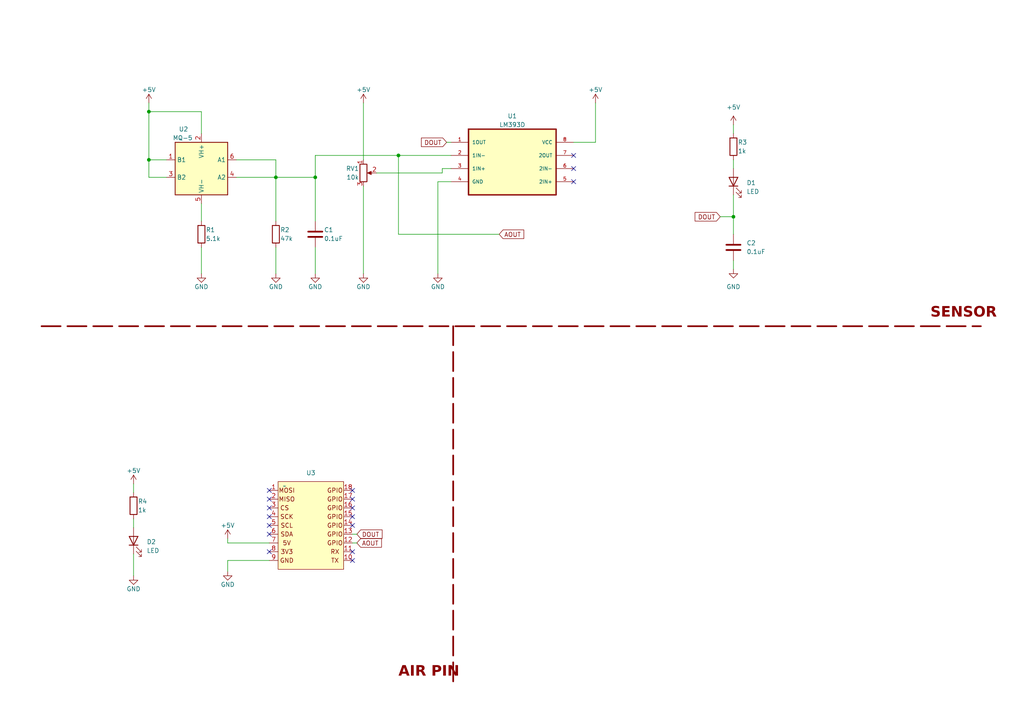
<source format=kicad_sch>
(kicad_sch (version 20230121) (generator eeschema)

  (uuid 43a67b61-6c21-4f7d-9419-7061b9e8d552)

  (paper "A4")

  (lib_symbols
    (symbol "Device:C" (pin_numbers hide) (pin_names (offset 0.254)) (in_bom yes) (on_board yes)
      (property "Reference" "C" (at 0.635 2.54 0)
        (effects (font (size 1.27 1.27)) (justify left))
      )
      (property "Value" "C" (at 0.635 -2.54 0)
        (effects (font (size 1.27 1.27)) (justify left))
      )
      (property "Footprint" "" (at 0.9652 -3.81 0)
        (effects (font (size 1.27 1.27)) hide)
      )
      (property "Datasheet" "~" (at 0 0 0)
        (effects (font (size 1.27 1.27)) hide)
      )
      (property "ki_keywords" "cap capacitor" (at 0 0 0)
        (effects (font (size 1.27 1.27)) hide)
      )
      (property "ki_description" "Unpolarized capacitor" (at 0 0 0)
        (effects (font (size 1.27 1.27)) hide)
      )
      (property "ki_fp_filters" "C_*" (at 0 0 0)
        (effects (font (size 1.27 1.27)) hide)
      )
      (symbol "C_0_1"
        (polyline
          (pts
            (xy -2.032 -0.762)
            (xy 2.032 -0.762)
          )
          (stroke (width 0.508) (type default))
          (fill (type none))
        )
        (polyline
          (pts
            (xy -2.032 0.762)
            (xy 2.032 0.762)
          )
          (stroke (width 0.508) (type default))
          (fill (type none))
        )
      )
      (symbol "C_1_1"
        (pin passive line (at 0 3.81 270) (length 2.794)
          (name "~" (effects (font (size 1.27 1.27))))
          (number "1" (effects (font (size 1.27 1.27))))
        )
        (pin passive line (at 0 -3.81 90) (length 2.794)
          (name "~" (effects (font (size 1.27 1.27))))
          (number "2" (effects (font (size 1.27 1.27))))
        )
      )
    )
    (symbol "Device:LED" (pin_numbers hide) (pin_names (offset 1.016) hide) (in_bom yes) (on_board yes)
      (property "Reference" "D" (at 0 2.54 0)
        (effects (font (size 1.27 1.27)))
      )
      (property "Value" "LED" (at 0 -2.54 0)
        (effects (font (size 1.27 1.27)))
      )
      (property "Footprint" "" (at 0 0 0)
        (effects (font (size 1.27 1.27)) hide)
      )
      (property "Datasheet" "~" (at 0 0 0)
        (effects (font (size 1.27 1.27)) hide)
      )
      (property "ki_keywords" "LED diode" (at 0 0 0)
        (effects (font (size 1.27 1.27)) hide)
      )
      (property "ki_description" "Light emitting diode" (at 0 0 0)
        (effects (font (size 1.27 1.27)) hide)
      )
      (property "ki_fp_filters" "LED* LED_SMD:* LED_THT:*" (at 0 0 0)
        (effects (font (size 1.27 1.27)) hide)
      )
      (symbol "LED_0_1"
        (polyline
          (pts
            (xy -1.27 -1.27)
            (xy -1.27 1.27)
          )
          (stroke (width 0.254) (type default))
          (fill (type none))
        )
        (polyline
          (pts
            (xy -1.27 0)
            (xy 1.27 0)
          )
          (stroke (width 0) (type default))
          (fill (type none))
        )
        (polyline
          (pts
            (xy 1.27 -1.27)
            (xy 1.27 1.27)
            (xy -1.27 0)
            (xy 1.27 -1.27)
          )
          (stroke (width 0.254) (type default))
          (fill (type none))
        )
        (polyline
          (pts
            (xy -3.048 -0.762)
            (xy -4.572 -2.286)
            (xy -3.81 -2.286)
            (xy -4.572 -2.286)
            (xy -4.572 -1.524)
          )
          (stroke (width 0) (type default))
          (fill (type none))
        )
        (polyline
          (pts
            (xy -1.778 -0.762)
            (xy -3.302 -2.286)
            (xy -2.54 -2.286)
            (xy -3.302 -2.286)
            (xy -3.302 -1.524)
          )
          (stroke (width 0) (type default))
          (fill (type none))
        )
      )
      (symbol "LED_1_1"
        (pin passive line (at -3.81 0 0) (length 2.54)
          (name "K" (effects (font (size 1.27 1.27))))
          (number "1" (effects (font (size 1.27 1.27))))
        )
        (pin passive line (at 3.81 0 180) (length 2.54)
          (name "A" (effects (font (size 1.27 1.27))))
          (number "2" (effects (font (size 1.27 1.27))))
        )
      )
    )
    (symbol "Device:R" (pin_numbers hide) (pin_names (offset 0)) (in_bom yes) (on_board yes)
      (property "Reference" "R" (at 2.032 0 90)
        (effects (font (size 1.27 1.27)))
      )
      (property "Value" "R" (at 0 0 90)
        (effects (font (size 1.27 1.27)))
      )
      (property "Footprint" "" (at -1.778 0 90)
        (effects (font (size 1.27 1.27)) hide)
      )
      (property "Datasheet" "~" (at 0 0 0)
        (effects (font (size 1.27 1.27)) hide)
      )
      (property "ki_keywords" "R res resistor" (at 0 0 0)
        (effects (font (size 1.27 1.27)) hide)
      )
      (property "ki_description" "Resistor" (at 0 0 0)
        (effects (font (size 1.27 1.27)) hide)
      )
      (property "ki_fp_filters" "R_*" (at 0 0 0)
        (effects (font (size 1.27 1.27)) hide)
      )
      (symbol "R_0_1"
        (rectangle (start -1.016 -2.54) (end 1.016 2.54)
          (stroke (width 0.254) (type default))
          (fill (type none))
        )
      )
      (symbol "R_1_1"
        (pin passive line (at 0 3.81 270) (length 1.27)
          (name "~" (effects (font (size 1.27 1.27))))
          (number "1" (effects (font (size 1.27 1.27))))
        )
        (pin passive line (at 0 -3.81 90) (length 1.27)
          (name "~" (effects (font (size 1.27 1.27))))
          (number "2" (effects (font (size 1.27 1.27))))
        )
      )
    )
    (symbol "Device:R_Potentiometer" (pin_names (offset 1.016) hide) (in_bom yes) (on_board yes)
      (property "Reference" "RV" (at -4.445 0 90)
        (effects (font (size 1.27 1.27)))
      )
      (property "Value" "R_Potentiometer" (at -2.54 0 90)
        (effects (font (size 1.27 1.27)))
      )
      (property "Footprint" "" (at 0 0 0)
        (effects (font (size 1.27 1.27)) hide)
      )
      (property "Datasheet" "~" (at 0 0 0)
        (effects (font (size 1.27 1.27)) hide)
      )
      (property "ki_keywords" "resistor variable" (at 0 0 0)
        (effects (font (size 1.27 1.27)) hide)
      )
      (property "ki_description" "Potentiometer" (at 0 0 0)
        (effects (font (size 1.27 1.27)) hide)
      )
      (property "ki_fp_filters" "Potentiometer*" (at 0 0 0)
        (effects (font (size 1.27 1.27)) hide)
      )
      (symbol "R_Potentiometer_0_1"
        (polyline
          (pts
            (xy 2.54 0)
            (xy 1.524 0)
          )
          (stroke (width 0) (type default))
          (fill (type none))
        )
        (polyline
          (pts
            (xy 1.143 0)
            (xy 2.286 0.508)
            (xy 2.286 -0.508)
            (xy 1.143 0)
          )
          (stroke (width 0) (type default))
          (fill (type outline))
        )
        (rectangle (start 1.016 2.54) (end -1.016 -2.54)
          (stroke (width 0.254) (type default))
          (fill (type none))
        )
      )
      (symbol "R_Potentiometer_1_1"
        (pin passive line (at 0 3.81 270) (length 1.27)
          (name "1" (effects (font (size 1.27 1.27))))
          (number "1" (effects (font (size 1.27 1.27))))
        )
        (pin passive line (at 3.81 0 180) (length 1.27)
          (name "2" (effects (font (size 1.27 1.27))))
          (number "2" (effects (font (size 1.27 1.27))))
        )
        (pin passive line (at 0 -3.81 90) (length 1.27)
          (name "3" (effects (font (size 1.27 1.27))))
          (number "3" (effects (font (size 1.27 1.27))))
        )
      )
    )
    (symbol "LM393D:LM393D" (pin_names (offset 1.016)) (in_bom yes) (on_board yes)
      (property "Reference" "U1" (at 0 16.51 0)
        (effects (font (size 1.27 1.27)))
      )
      (property "Value" "LM393D" (at 0 13.97 0)
        (effects (font (size 1.27 1.27)))
      )
      (property "Footprint" "SOIC127P599X175-8N" (at 0 0 0) (do_not_autoplace)
        (effects (font (size 1.27 1.27)) (justify bottom) hide)
      )
      (property "Datasheet" "" (at 0 0 0)
        (effects (font (size 1.27 1.27)) hide)
      )
      (symbol "LM393D_0_0"
        (rectangle (start -12.7 12.7) (end 12.7 -6.35)
          (stroke (width 0.41) (type default))
          (fill (type background))
        )
        (pin output line (at -17.78 8.89 0) (length 5.08)
          (name "1OUT" (effects (font (size 1.016 1.016))))
          (number "1" (effects (font (size 1.016 1.016))))
        )
        (pin input line (at -17.78 5.08 0) (length 5.08)
          (name "1IN-" (effects (font (size 1.016 1.016))))
          (number "2" (effects (font (size 1.016 1.016))))
        )
        (pin input line (at -17.78 1.27 0) (length 5.08)
          (name "1IN+" (effects (font (size 1.016 1.016))))
          (number "3" (effects (font (size 1.016 1.016))))
        )
        (pin power_in line (at -17.78 -2.54 0) (length 5.08)
          (name "GND" (effects (font (size 1.016 1.016))))
          (number "4" (effects (font (size 1.016 1.016))))
        )
        (pin input line (at 17.78 -2.54 180) (length 5.08)
          (name "2IN+" (effects (font (size 1.016 1.016))))
          (number "5" (effects (font (size 1.016 1.016))))
        )
        (pin input line (at 17.78 1.27 180) (length 5.08)
          (name "2IN-" (effects (font (size 1.016 1.016))))
          (number "6" (effects (font (size 1.016 1.016))))
        )
        (pin output line (at 17.78 5.08 180) (length 5.08)
          (name "2OUT" (effects (font (size 1.016 1.016))))
          (number "7" (effects (font (size 1.016 1.016))))
        )
        (pin power_in line (at 17.78 8.89 180) (length 5.08)
          (name "VCC" (effects (font (size 1.016 1.016))))
          (number "8" (effects (font (size 1.016 1.016))))
        )
      )
    )
    (symbol "Sensor_Gas:MQ-6" (in_bom yes) (on_board yes)
      (property "Reference" "U" (at -6.35 8.89 0)
        (effects (font (size 1.27 1.27)))
      )
      (property "Value" "MQ-6" (at 3.81 8.89 0)
        (effects (font (size 1.27 1.27)))
      )
      (property "Footprint" "Sensor:MQ-6" (at 1.27 -11.43 0)
        (effects (font (size 1.27 1.27)) hide)
      )
      (property "Datasheet" "https://www.winsen-sensor.com/d/files/semiconductor/mq-6.pdf" (at 0 6.35 0)
        (effects (font (size 1.27 1.27)) hide)
      )
      (property "ki_keywords" "flammable gas sensor LPG" (at 0 0 0)
        (effects (font (size 1.27 1.27)) hide)
      )
      (property "ki_description" "Semiconductor Sensor for Flammable Gas" (at 0 0 0)
        (effects (font (size 1.27 1.27)) hide)
      )
      (property "ki_fp_filters" "*MQ*6*" (at 0 0 0)
        (effects (font (size 1.27 1.27)) hide)
      )
      (symbol "MQ-6_0_1"
        (rectangle (start -7.62 7.62) (end 7.62 -7.62)
          (stroke (width 0.254) (type default))
          (fill (type background))
        )
      )
      (symbol "MQ-6_1_1"
        (pin passive line (at 10.16 2.54 180) (length 2.54)
          (name "B1" (effects (font (size 1.27 1.27))))
          (number "1" (effects (font (size 1.27 1.27))))
        )
        (pin power_in line (at 0 10.16 270) (length 2.54)
          (name "VH+" (effects (font (size 1.27 1.27))))
          (number "2" (effects (font (size 1.27 1.27))))
        )
        (pin passive line (at 10.16 -2.54 180) (length 2.54)
          (name "B2" (effects (font (size 1.27 1.27))))
          (number "3" (effects (font (size 1.27 1.27))))
        )
        (pin passive line (at -10.16 -2.54 0) (length 2.54)
          (name "A2" (effects (font (size 1.27 1.27))))
          (number "4" (effects (font (size 1.27 1.27))))
        )
        (pin power_in line (at 0 -10.16 90) (length 2.54)
          (name "VH-" (effects (font (size 1.27 1.27))))
          (number "5" (effects (font (size 1.27 1.27))))
        )
        (pin passive line (at -10.16 2.54 0) (length 2.54)
          (name "A1" (effects (font (size 1.27 1.27))))
          (number "6" (effects (font (size 1.27 1.27))))
        )
      )
    )
    (symbol "moduler_pin:air" (in_bom yes) (on_board yes)
      (property "Reference" "U" (at 7.62 2.54 0)
        (effects (font (size 1.27 1.27)))
      )
      (property "Value" "" (at 0 0 0)
        (effects (font (size 1.27 1.27)))
      )
      (property "Footprint" "" (at 0 0 0)
        (effects (font (size 1.27 1.27)) hide)
      )
      (property "Datasheet" "" (at 0 0 0)
        (effects (font (size 1.27 1.27)) hide)
      )
      (symbol "air_1_1"
        (rectangle (start -1.905 1.27) (end 17.145 -24.13)
          (stroke (width 0) (type default))
          (fill (type background))
        )
        (text "3V3" (at 0.635 -19.05 0)
          (effects (font (size 1.27 1.27)))
        )
        (text "5V" (at 0.635 -16.51 0)
          (effects (font (size 1.27 1.27)))
        )
        (text "CS" (at 0 -6.35 0)
          (effects (font (size 1.27 1.27)))
        )
        (text "GND" (at 0.635 -21.59 0)
          (effects (font (size 1.27 1.27)))
        )
        (text "GPIO" (at 14.605 -16.51 0)
          (effects (font (size 1.27 1.27)))
        )
        (text "GPIO" (at 14.605 -13.97 0)
          (effects (font (size 1.27 1.27)))
        )
        (text "GPIO" (at 14.605 -11.43 0)
          (effects (font (size 1.27 1.27)))
        )
        (text "GPIO" (at 14.605 -8.89 0)
          (effects (font (size 1.27 1.27)))
        )
        (text "GPIO" (at 14.605 -6.35 0)
          (effects (font (size 1.27 1.27)))
        )
        (text "GPIO" (at 14.605 -3.81 0)
          (effects (font (size 1.27 1.27)))
        )
        (text "GPIO" (at 14.605 -1.27 0)
          (effects (font (size 1.27 1.27)))
        )
        (text "MISO" (at 0.635 -3.81 0)
          (effects (font (size 1.27 1.27)))
        )
        (text "MOSI" (at 0.635 -1.27 0)
          (effects (font (size 1.27 1.27)))
        )
        (text "RX" (at 14.605 -19.05 0)
          (effects (font (size 1.27 1.27)))
        )
        (text "SCK" (at 0.635 -8.89 0)
          (effects (font (size 1.27 1.27)))
        )
        (text "SCL" (at 0.635 -11.43 0)
          (effects (font (size 1.27 1.27)))
        )
        (text "SDA" (at 0.635 -13.97 0)
          (effects (font (size 1.27 1.27)))
        )
        (text "TX" (at 14.605 -21.59 0)
          (effects (font (size 1.27 1.27)))
        )
        (pin input line (at -4.445 -1.27 0) (length 2.54)
          (name "" (effects (font (size 1.27 1.27))))
          (number "1" (effects (font (size 1.27 1.27))))
        )
        (pin input line (at 19.685 -21.59 180) (length 2.54)
          (name "" (effects (font (size 1.27 1.27))))
          (number "10" (effects (font (size 1.27 1.27))))
        )
        (pin input line (at 19.685 -19.05 180) (length 2.54)
          (name "" (effects (font (size 1.27 1.27))))
          (number "11" (effects (font (size 1.27 1.27))))
        )
        (pin input line (at 19.685 -16.51 180) (length 2.54)
          (name "" (effects (font (size 1.27 1.27))))
          (number "12" (effects (font (size 1.27 1.27))))
        )
        (pin input line (at 19.685 -13.97 180) (length 2.54)
          (name "" (effects (font (size 1.27 1.27))))
          (number "13" (effects (font (size 1.27 1.27))))
        )
        (pin input line (at 19.685 -11.43 180) (length 2.54)
          (name "" (effects (font (size 1.27 1.27))))
          (number "14" (effects (font (size 1.27 1.27))))
        )
        (pin input line (at 19.685 -8.89 180) (length 2.54)
          (name "" (effects (font (size 1.27 1.27))))
          (number "15" (effects (font (size 1.27 1.27))))
        )
        (pin input line (at 19.685 -6.35 180) (length 2.54)
          (name "" (effects (font (size 1.27 1.27))))
          (number "16" (effects (font (size 1.27 1.27))))
        )
        (pin input line (at 19.685 -3.81 180) (length 2.54)
          (name "" (effects (font (size 1.27 1.27))))
          (number "17" (effects (font (size 1.27 1.27))))
        )
        (pin input line (at 19.685 -1.27 180) (length 2.54)
          (name "" (effects (font (size 1.27 1.27))))
          (number "18" (effects (font (size 1.27 1.27))))
        )
        (pin input line (at -4.445 -3.81 0) (length 2.54)
          (name "" (effects (font (size 1.27 1.27))))
          (number "2" (effects (font (size 1.27 1.27))))
        )
        (pin input line (at -4.445 -6.35 0) (length 2.54)
          (name "" (effects (font (size 1.27 1.27))))
          (number "3" (effects (font (size 1.27 1.27))))
        )
        (pin input line (at -4.445 -8.89 0) (length 2.54)
          (name "" (effects (font (size 1.27 1.27))))
          (number "4" (effects (font (size 1.27 1.27))))
        )
        (pin input line (at -4.445 -11.43 0) (length 2.54)
          (name "" (effects (font (size 1.27 1.27))))
          (number "5" (effects (font (size 1.27 1.27))))
        )
        (pin input line (at -4.445 -13.97 0) (length 2.54)
          (name "" (effects (font (size 1.27 1.27))))
          (number "6" (effects (font (size 1.27 1.27))))
        )
        (pin input line (at -4.445 -16.51 0) (length 2.54)
          (name "" (effects (font (size 1.27 1.27))))
          (number "7" (effects (font (size 1.27 1.27))))
        )
        (pin input line (at -4.445 -19.05 0) (length 2.54)
          (name "" (effects (font (size 1.27 1.27))))
          (number "8" (effects (font (size 1.27 1.27))))
        )
        (pin input line (at -4.445 -21.59 0) (length 2.54)
          (name "" (effects (font (size 1.27 1.27))))
          (number "9" (effects (font (size 1.27 1.27))))
        )
      )
    )
    (symbol "power:+5V" (power) (pin_names (offset 0)) (in_bom yes) (on_board yes)
      (property "Reference" "#PWR" (at 0 -3.81 0)
        (effects (font (size 1.27 1.27)) hide)
      )
      (property "Value" "+5V" (at 0 3.556 0)
        (effects (font (size 1.27 1.27)))
      )
      (property "Footprint" "" (at 0 0 0)
        (effects (font (size 1.27 1.27)) hide)
      )
      (property "Datasheet" "" (at 0 0 0)
        (effects (font (size 1.27 1.27)) hide)
      )
      (property "ki_keywords" "global power" (at 0 0 0)
        (effects (font (size 1.27 1.27)) hide)
      )
      (property "ki_description" "Power symbol creates a global label with name \"+5V\"" (at 0 0 0)
        (effects (font (size 1.27 1.27)) hide)
      )
      (symbol "+5V_0_1"
        (polyline
          (pts
            (xy -0.762 1.27)
            (xy 0 2.54)
          )
          (stroke (width 0) (type default))
          (fill (type none))
        )
        (polyline
          (pts
            (xy 0 0)
            (xy 0 2.54)
          )
          (stroke (width 0) (type default))
          (fill (type none))
        )
        (polyline
          (pts
            (xy 0 2.54)
            (xy 0.762 1.27)
          )
          (stroke (width 0) (type default))
          (fill (type none))
        )
      )
      (symbol "+5V_1_1"
        (pin power_in line (at 0 0 90) (length 0) hide
          (name "+5V" (effects (font (size 1.27 1.27))))
          (number "1" (effects (font (size 1.27 1.27))))
        )
      )
    )
    (symbol "power:GND" (power) (pin_names (offset 0)) (in_bom yes) (on_board yes)
      (property "Reference" "#PWR" (at 0 -6.35 0)
        (effects (font (size 1.27 1.27)) hide)
      )
      (property "Value" "GND" (at 0 -3.81 0)
        (effects (font (size 1.27 1.27)))
      )
      (property "Footprint" "" (at 0 0 0)
        (effects (font (size 1.27 1.27)) hide)
      )
      (property "Datasheet" "" (at 0 0 0)
        (effects (font (size 1.27 1.27)) hide)
      )
      (property "ki_keywords" "global power" (at 0 0 0)
        (effects (font (size 1.27 1.27)) hide)
      )
      (property "ki_description" "Power symbol creates a global label with name \"GND\" , ground" (at 0 0 0)
        (effects (font (size 1.27 1.27)) hide)
      )
      (symbol "GND_0_1"
        (polyline
          (pts
            (xy 0 0)
            (xy 0 -1.27)
            (xy 1.27 -1.27)
            (xy 0 -2.54)
            (xy -1.27 -1.27)
            (xy 0 -1.27)
          )
          (stroke (width 0) (type default))
          (fill (type none))
        )
      )
      (symbol "GND_1_1"
        (pin power_in line (at 0 0 270) (length 0) hide
          (name "GND" (effects (font (size 1.27 1.27))))
          (number "1" (effects (font (size 1.27 1.27))))
        )
      )
    )
  )

  (junction (at 43.18 32.385) (diameter 0) (color 0 0 0 0)
    (uuid 00552883-1206-48f9-91f7-da62d7a888d1)
  )
  (junction (at 43.18 46.355) (diameter 0) (color 0 0 0 0)
    (uuid 3eebcda3-1bd2-41d3-9a57-eeabf43a989e)
  )
  (junction (at 80.01 51.435) (diameter 0) (color 0 0 0 0)
    (uuid 6498724d-35a6-47e0-9b09-c7362d540525)
  )
  (junction (at 212.725 62.865) (diameter 0) (color 0 0 0 0)
    (uuid 65dc9906-a86d-433e-ad44-e30b522d57b1)
  )
  (junction (at 91.44 51.435) (diameter 0) (color 0 0 0 0)
    (uuid 9ad5ae94-9546-45d0-9844-5aad70f77f74)
  )
  (junction (at 115.57 45.085) (diameter 0) (color 0 0 0 0)
    (uuid b8f0d6f5-8e0b-45b6-9f1e-92337a8a7103)
  )

  (no_connect (at 102.235 147.32) (uuid 0e9877bc-f799-4282-95d2-95df6cc838e0))
  (no_connect (at 102.235 142.24) (uuid 12a3e7ce-e3ce-4c85-a6b8-dd6d9249651e))
  (no_connect (at 102.235 152.4) (uuid 2cb3149e-d5ed-4ec6-be49-42b9e7dbca1f))
  (no_connect (at 102.235 149.86) (uuid 3032f493-f19e-4b8f-b486-783439536acf))
  (no_connect (at 78.105 149.86) (uuid 332009a5-aef9-434b-a466-c339ff1f6d56))
  (no_connect (at 166.37 52.705) (uuid 37999a01-f215-44f5-994a-1fe33ebf976e))
  (no_connect (at 78.105 160.02) (uuid 387de561-d0a2-4125-b9eb-c414ef60a0d7))
  (no_connect (at 78.105 152.4) (uuid 40cd461b-226b-4f6e-b0b5-839cda07ee91))
  (no_connect (at 78.105 147.32) (uuid 641df4bb-d852-4de6-88b0-72b8b4ae009e))
  (no_connect (at 78.105 154.94) (uuid 66f2482b-30e6-4434-8060-a7959922b1d9))
  (no_connect (at 102.235 160.02) (uuid 764fc90c-444d-4d6a-845f-25a975143e0a))
  (no_connect (at 166.37 45.085) (uuid 793f3ae9-27b9-4ebf-b23c-8c6d9147b8dd))
  (no_connect (at 102.235 144.78) (uuid 8b9b0e70-8408-495e-859e-63bd38ac6863))
  (no_connect (at 78.105 144.78) (uuid 918472d1-5c63-4c10-90a6-d73aaa15e7f1))
  (no_connect (at 102.235 162.56) (uuid 94568c09-650f-4563-b5f0-777a2eefa555))
  (no_connect (at 78.105 142.24) (uuid a252c073-b60b-4108-8c54-6006c0087113))
  (no_connect (at 166.37 48.895) (uuid a7328e39-47fc-49ea-a6d7-b53a040d323a))

  (wire (pts (xy 38.735 167.005) (xy 38.735 160.655))
    (stroke (width 0) (type default))
    (uuid 07e4c18c-b3ac-4b26-b3ab-661fb87676ea)
  )
  (wire (pts (xy 66.04 157.48) (xy 78.105 157.48))
    (stroke (width 0) (type default))
    (uuid 14db1b53-6f8c-441b-89d7-e0852634e908)
  )
  (wire (pts (xy 38.735 150.495) (xy 38.735 153.035))
    (stroke (width 0) (type default))
    (uuid 183720f4-2ae7-48f9-9986-fe515296eaed)
  )
  (wire (pts (xy 127 52.705) (xy 130.81 52.705))
    (stroke (width 0) (type default))
    (uuid 1e94b066-4db4-4564-891a-1e7c6f07fd68)
  )
  (wire (pts (xy 80.01 51.435) (xy 80.01 64.135))
    (stroke (width 0) (type default))
    (uuid 26f8c3b1-8c61-4329-ac69-2cf658fe2953)
  )
  (wire (pts (xy 43.18 51.435) (xy 43.18 46.355))
    (stroke (width 0) (type default))
    (uuid 30b97055-3b8f-4f7a-a4b7-2e95eb6c117d)
  )
  (wire (pts (xy 48.26 51.435) (xy 43.18 51.435))
    (stroke (width 0) (type default))
    (uuid 40d06660-bdf3-4c3b-a724-d01936652155)
  )
  (wire (pts (xy 43.18 29.845) (xy 43.18 32.385))
    (stroke (width 0) (type default))
    (uuid 415ba808-9ca7-4e77-8f57-762ff2eef459)
  )
  (wire (pts (xy 66.04 165.735) (xy 66.04 162.56))
    (stroke (width 0) (type default))
    (uuid 4d8b036a-94d9-42e9-be83-50f18b9b2aac)
  )
  (polyline (pts (xy 131.445 94.615) (xy 131.445 198.12))
    (stroke (width 0.5) (type dash) (color 132 0 0 1))
    (uuid 4e74e320-dafa-4c38-8714-ec53d13affaa)
  )

  (wire (pts (xy 43.18 46.355) (xy 48.26 46.355))
    (stroke (width 0) (type default))
    (uuid 5800cc5c-0225-4e86-82f9-0a907c3e27e6)
  )
  (wire (pts (xy 58.42 32.385) (xy 58.42 38.735))
    (stroke (width 0) (type default))
    (uuid 5bfee08e-74e9-4f4f-ba28-ab0e7c0431de)
  )
  (wire (pts (xy 128.27 48.895) (xy 130.81 48.895))
    (stroke (width 0) (type default))
    (uuid 5fc95504-7d83-41b0-96a7-72c8e2d7c79d)
  )
  (wire (pts (xy 212.725 56.515) (xy 212.725 62.865))
    (stroke (width 0) (type default))
    (uuid 6304f830-b284-4e07-a68e-b18ffbae5748)
  )
  (wire (pts (xy 128.27 50.165) (xy 109.22 50.165))
    (stroke (width 0) (type default))
    (uuid 653cced4-8bf5-4e6c-bff4-89f8876ea117)
  )
  (wire (pts (xy 80.01 51.435) (xy 91.44 51.435))
    (stroke (width 0) (type default))
    (uuid 663975ff-823e-4e04-9da5-8ba614741e81)
  )
  (wire (pts (xy 80.01 71.755) (xy 80.01 79.375))
    (stroke (width 0) (type default))
    (uuid 6a7051ac-1adf-4258-9453-b50047e54302)
  )
  (wire (pts (xy 43.18 32.385) (xy 58.42 32.385))
    (stroke (width 0) (type default))
    (uuid 6f773220-0601-4279-8cc2-667fc6503fa1)
  )
  (wire (pts (xy 115.57 67.945) (xy 144.78 67.945))
    (stroke (width 0) (type default))
    (uuid 73aef911-94a9-41a9-805a-ee44f7f0ba6e)
  )
  (wire (pts (xy 91.44 45.085) (xy 115.57 45.085))
    (stroke (width 0) (type default))
    (uuid 74756af8-7019-4528-b8af-29f1e8d67bc0)
  )
  (wire (pts (xy 208.915 62.865) (xy 212.725 62.865))
    (stroke (width 0) (type default))
    (uuid 762b3b56-48b0-4c0b-a99c-eb1f11578ef4)
  )
  (wire (pts (xy 43.18 46.355) (xy 43.18 32.385))
    (stroke (width 0) (type default))
    (uuid 82e444a9-bde7-49c1-9911-1f58ffb2c437)
  )
  (wire (pts (xy 91.44 71.755) (xy 91.44 79.375))
    (stroke (width 0) (type default))
    (uuid 8ce0fd70-046b-4c7a-a164-f5afe6707e05)
  )
  (wire (pts (xy 105.41 29.845) (xy 105.41 46.355))
    (stroke (width 0) (type default))
    (uuid 9100f736-6555-40be-b8db-be2e363102f6)
  )
  (wire (pts (xy 38.735 140.335) (xy 38.735 142.875))
    (stroke (width 0) (type default))
    (uuid 913b2826-e229-41a8-b368-5edb8167fe17)
  )
  (wire (pts (xy 212.725 46.355) (xy 212.725 48.895))
    (stroke (width 0) (type default))
    (uuid 92c75726-14c8-44bc-b6ad-adf579a52135)
  )
  (wire (pts (xy 172.72 29.845) (xy 172.72 41.275))
    (stroke (width 0) (type default))
    (uuid 95b3c33d-fec9-455d-a6d9-2a7e2c738a01)
  )
  (wire (pts (xy 127 79.375) (xy 127 52.705))
    (stroke (width 0) (type default))
    (uuid a18c359b-98d3-470d-b6c4-15204275f503)
  )
  (wire (pts (xy 91.44 51.435) (xy 91.44 64.135))
    (stroke (width 0) (type default))
    (uuid a33bec46-9b1e-497f-acdf-0329fecb50dd)
  )
  (wire (pts (xy 212.725 75.565) (xy 212.725 78.105))
    (stroke (width 0) (type default))
    (uuid a4e76562-c9ea-4233-8c37-0783445685a8)
  )
  (wire (pts (xy 68.58 51.435) (xy 80.01 51.435))
    (stroke (width 0) (type default))
    (uuid a745c523-de37-4ebb-8919-7c09088c406f)
  )
  (wire (pts (xy 58.42 71.755) (xy 58.42 79.375))
    (stroke (width 0) (type default))
    (uuid a74ab5af-81d7-4012-921a-2536640e0f21)
  )
  (wire (pts (xy 105.41 53.975) (xy 105.41 79.375))
    (stroke (width 0) (type default))
    (uuid ad94872a-d473-4145-83e4-3b6a0ca598e9)
  )
  (wire (pts (xy 103.505 157.48) (xy 102.235 157.48))
    (stroke (width 0) (type default))
    (uuid ad97a850-530c-4626-a7ba-c7fc2f1d00c5)
  )
  (wire (pts (xy 66.04 156.21) (xy 66.04 157.48))
    (stroke (width 0) (type default))
    (uuid b0728bc8-e822-4b00-8967-07fe92d8644a)
  )
  (wire (pts (xy 128.27 48.895) (xy 128.27 50.165))
    (stroke (width 0) (type default))
    (uuid b7e4d00a-c9eb-4782-9b9f-900ea1702099)
  )
  (wire (pts (xy 68.58 46.355) (xy 80.01 46.355))
    (stroke (width 0) (type default))
    (uuid c35caed9-fbb7-405c-a052-9df9926a667a)
  )
  (wire (pts (xy 103.505 154.94) (xy 102.235 154.94))
    (stroke (width 0) (type default))
    (uuid c3ec4f51-81d0-4f15-bc4c-8b470e3025a2)
  )
  (wire (pts (xy 212.725 36.195) (xy 212.725 38.735))
    (stroke (width 0) (type default))
    (uuid c56b752f-2ba0-484d-bee6-fed9e3d075a3)
  )
  (polyline (pts (xy 12.065 94.615) (xy 284.48 94.615))
    (stroke (width 0.5) (type dash) (color 132 0 0 1))
    (uuid c61ae31f-1f87-4d4d-99ba-c853d62330f7)
  )

  (wire (pts (xy 58.42 59.055) (xy 58.42 64.135))
    (stroke (width 0) (type default))
    (uuid cf0b9f62-12d6-4947-9a22-0a6c4a529392)
  )
  (wire (pts (xy 115.57 45.085) (xy 130.81 45.085))
    (stroke (width 0) (type default))
    (uuid d18eb431-e050-4e90-b8d0-f7f5808f2f5f)
  )
  (wire (pts (xy 172.72 41.275) (xy 166.37 41.275))
    (stroke (width 0) (type default))
    (uuid d760a9bc-3bd6-4d88-9ed8-16c2f5e1ff35)
  )
  (wire (pts (xy 115.57 45.085) (xy 115.57 67.945))
    (stroke (width 0) (type default))
    (uuid eec04420-322f-4738-b25f-3975f4f6863b)
  )
  (wire (pts (xy 66.04 162.56) (xy 78.105 162.56))
    (stroke (width 0) (type default))
    (uuid f4d06777-85ea-49df-ae57-48b5b22a3a1d)
  )
  (wire (pts (xy 129.54 41.275) (xy 130.81 41.275))
    (stroke (width 0) (type default))
    (uuid f5248d35-48e7-4b8c-908e-d1e13595dc45)
  )
  (wire (pts (xy 80.01 46.355) (xy 80.01 51.435))
    (stroke (width 0) (type default))
    (uuid fb24869d-4070-4f60-837d-579a7aeb7795)
  )
  (wire (pts (xy 91.44 45.085) (xy 91.44 51.435))
    (stroke (width 0) (type default))
    (uuid fca8777e-03c3-46f2-8770-b7a36d43bfc2)
  )
  (wire (pts (xy 212.725 62.865) (xy 212.725 67.945))
    (stroke (width 0) (type default))
    (uuid fdf350e4-aa47-474b-b95f-1e2ce5d0631a)
  )

  (text "SENSOR" (at 269.875 93.345 0)
    (effects (font (face "Calibri") (size 3 3) (thickness 0.6) bold (color 132 0 0 1)) (justify left bottom))
    (uuid 351b5b8e-f6d2-4c67-83ee-b2afdc55ff53)
  )
  (text "AIR PIN\n" (at 115.57 197.485 0)
    (effects (font (face "Calibri") (size 3 3) (thickness 0.6) bold (color 132 0 0 1)) (justify left bottom))
    (uuid 5ae0f09b-8882-473e-aea9-0aadbb0a97ca)
  )

  (global_label "DOUT" (shape input) (at 103.505 154.94 0) (fields_autoplaced)
    (effects (font (size 1.27 1.27)) (justify left))
    (uuid 1fe47c9d-7015-4ad5-9dbd-302b9df25aca)
    (property "Intersheetrefs" "${INTERSHEET_REFS}" (at 111.3888 154.94 0)
      (effects (font (size 1.27 1.27)) (justify left) hide)
    )
  )
  (global_label "DOUT" (shape input) (at 208.915 62.865 180) (fields_autoplaced)
    (effects (font (size 1.27 1.27)) (justify right))
    (uuid 4c4062b3-2170-4154-abbd-36f99e3575ca)
    (property "Intersheetrefs" "${INTERSHEET_REFS}" (at 201.0312 62.865 0)
      (effects (font (size 1.27 1.27)) (justify right) hide)
    )
  )
  (global_label "AOUT" (shape input) (at 103.505 157.48 0) (fields_autoplaced)
    (effects (font (size 1.27 1.27)) (justify left))
    (uuid 4c7418a7-c588-4bab-ac69-c485708dc832)
    (property "Intersheetrefs" "${INTERSHEET_REFS}" (at 111.2074 157.48 0)
      (effects (font (size 1.27 1.27)) (justify left) hide)
    )
  )
  (global_label "DOUT" (shape input) (at 129.54 41.275 180) (fields_autoplaced)
    (effects (font (size 1.27 1.27)) (justify right))
    (uuid b5b44bfc-0fd1-4c40-b420-2be0ea614afd)
    (property "Intersheetrefs" "${INTERSHEET_REFS}" (at 121.6562 41.275 0)
      (effects (font (size 1.27 1.27)) (justify right) hide)
    )
  )
  (global_label "AOUT" (shape input) (at 144.78 67.945 0) (fields_autoplaced)
    (effects (font (size 1.27 1.27)) (justify left))
    (uuid e4193d66-29be-4960-830c-e5f6f4992901)
    (property "Intersheetrefs" "${INTERSHEET_REFS}" (at 152.4824 67.945 0)
      (effects (font (size 1.27 1.27)) (justify left) hide)
    )
  )

  (symbol (lib_id "Sensor_Gas:MQ-6") (at 58.42 48.895 0) (mirror y) (unit 1)
    (in_bom yes) (on_board yes) (dnp no)
    (uuid 0a13a03f-482b-4180-9c3d-31f6496b616f)
    (property "Reference" "U2" (at 54.61 37.465 0)
      (effects (font (size 1.27 1.27)) (justify left))
    )
    (property "Value" "MQ-5" (at 55.88 40.005 0)
      (effects (font (size 1.27 1.27)) (justify left))
    )
    (property "Footprint" "Sensor:MQ-6" (at 57.15 60.325 0)
      (effects (font (size 1.27 1.27)) hide)
    )
    (property "Datasheet" "https://www.winsen-sensor.com/d/files/semiconductor/mq-6.pdf" (at 58.42 42.545 0)
      (effects (font (size 1.27 1.27)) hide)
    )
    (pin "1" (uuid 87a58710-2381-468a-9a53-f72dad389042))
    (pin "2" (uuid 5918d1d1-16c1-4975-bfa3-99957ee89aaf))
    (pin "3" (uuid ab6c6749-bdb8-4e53-b77b-aba86ac0141d))
    (pin "4" (uuid 4fe5248a-c9fa-4bcd-b797-0f14fe6bbba1))
    (pin "5" (uuid 35a0b2d9-5b1c-44f3-af87-324d96d31123))
    (pin "6" (uuid 5654a1e1-1f59-4e70-a3ae-37f9a8485554))
    (instances
      (project "0023_Gas_Module_MQ-5"
        (path "/43a67b61-6c21-4f7d-9419-7061b9e8d552"
          (reference "U2") (unit 1)
        )
      )
    )
  )

  (symbol (lib_id "power:+5V") (at 66.04 156.21 0) (unit 1)
    (in_bom yes) (on_board yes) (dnp no)
    (uuid 0d9e0b03-e77c-4330-bedc-64e92d5a7452)
    (property "Reference" "#PWR013" (at 66.04 160.02 0)
      (effects (font (size 1.27 1.27)) hide)
    )
    (property "Value" "+5V" (at 66.04 152.4 0)
      (effects (font (size 1.27 1.27)))
    )
    (property "Footprint" "" (at 66.04 156.21 0)
      (effects (font (size 1.27 1.27)) hide)
    )
    (property "Datasheet" "" (at 66.04 156.21 0)
      (effects (font (size 1.27 1.27)) hide)
    )
    (pin "1" (uuid 9382ba10-41b1-45e4-a7de-4b715bf25766))
    (instances
      (project "0023_Gas_Module_MQ-5"
        (path "/43a67b61-6c21-4f7d-9419-7061b9e8d552"
          (reference "#PWR013") (unit 1)
        )
      )
    )
  )

  (symbol (lib_id "Device:C") (at 212.725 71.755 0) (unit 1)
    (in_bom yes) (on_board yes) (dnp no) (fields_autoplaced)
    (uuid 0e2931d3-1ec2-4fb1-81b2-70691dabfab6)
    (property "Reference" "C2" (at 216.535 70.485 0)
      (effects (font (size 1.27 1.27)) (justify left))
    )
    (property "Value" "0.1uF" (at 216.535 73.025 0)
      (effects (font (size 1.27 1.27)) (justify left))
    )
    (property "Footprint" "Capacitor_SMD:C_0805_2012Metric" (at 213.6902 75.565 0)
      (effects (font (size 1.27 1.27)) hide)
    )
    (property "Datasheet" "~" (at 212.725 71.755 0)
      (effects (font (size 1.27 1.27)) hide)
    )
    (pin "1" (uuid 50dbcbc9-3815-430e-aac1-89937a0e0355))
    (pin "2" (uuid 1fe201b9-cd46-4d39-9617-fe460a232d1d))
    (instances
      (project "0023_Gas_Module_MQ-5"
        (path "/43a67b61-6c21-4f7d-9419-7061b9e8d552"
          (reference "C2") (unit 1)
        )
      )
    )
  )

  (symbol (lib_id "power:GND") (at 38.735 167.005 0) (unit 1)
    (in_bom yes) (on_board yes) (dnp no)
    (uuid 15704c58-5e38-42b9-b726-ff97eaa3e17e)
    (property "Reference" "#PWR09" (at 38.735 173.355 0)
      (effects (font (size 1.27 1.27)) hide)
    )
    (property "Value" "GND" (at 38.735 170.815 0)
      (effects (font (size 1.27 1.27)))
    )
    (property "Footprint" "" (at 38.735 167.005 0)
      (effects (font (size 1.27 1.27)) hide)
    )
    (property "Datasheet" "" (at 38.735 167.005 0)
      (effects (font (size 1.27 1.27)) hide)
    )
    (pin "1" (uuid e7450778-9dc0-4262-8e3d-ccd202716526))
    (instances
      (project "0023_Gas_Module_MQ-5"
        (path "/43a67b61-6c21-4f7d-9419-7061b9e8d552"
          (reference "#PWR09") (unit 1)
        )
      )
    )
  )

  (symbol (lib_id "power:+5V") (at 43.18 29.845 0) (unit 1)
    (in_bom yes) (on_board yes) (dnp no)
    (uuid 21b01c94-1d43-412e-92b3-567226789611)
    (property "Reference" "#PWR011" (at 43.18 33.655 0)
      (effects (font (size 1.27 1.27)) hide)
    )
    (property "Value" "+5V" (at 43.18 26.035 0)
      (effects (font (size 1.27 1.27)))
    )
    (property "Footprint" "" (at 43.18 29.845 0)
      (effects (font (size 1.27 1.27)) hide)
    )
    (property "Datasheet" "" (at 43.18 29.845 0)
      (effects (font (size 1.27 1.27)) hide)
    )
    (pin "1" (uuid ecd14eff-5844-452d-b76d-036cff3e0dd2))
    (instances
      (project "0023_Gas_Module_MQ-5"
        (path "/43a67b61-6c21-4f7d-9419-7061b9e8d552"
          (reference "#PWR011") (unit 1)
        )
      )
    )
  )

  (symbol (lib_id "power:+5V") (at 172.72 29.845 0) (unit 1)
    (in_bom yes) (on_board yes) (dnp no)
    (uuid 238537f9-9240-4bce-b598-8af1d9877006)
    (property "Reference" "#PWR06" (at 172.72 33.655 0)
      (effects (font (size 1.27 1.27)) hide)
    )
    (property "Value" "+5V" (at 172.72 26.035 0)
      (effects (font (size 1.27 1.27)))
    )
    (property "Footprint" "" (at 172.72 29.845 0)
      (effects (font (size 1.27 1.27)) hide)
    )
    (property "Datasheet" "" (at 172.72 29.845 0)
      (effects (font (size 1.27 1.27)) hide)
    )
    (pin "1" (uuid 331cceb1-3cf4-46da-8c48-4aa946aca94c))
    (instances
      (project "0023_Gas_Module_MQ-5"
        (path "/43a67b61-6c21-4f7d-9419-7061b9e8d552"
          (reference "#PWR06") (unit 1)
        )
      )
    )
  )

  (symbol (lib_id "power:GND") (at 212.725 78.105 0) (unit 1)
    (in_bom yes) (on_board yes) (dnp no) (fields_autoplaced)
    (uuid 29c8ad52-ab8d-466a-b4b6-ac285d322728)
    (property "Reference" "#PWR010" (at 212.725 84.455 0)
      (effects (font (size 1.27 1.27)) hide)
    )
    (property "Value" "GND" (at 212.725 83.185 0)
      (effects (font (size 1.27 1.27)))
    )
    (property "Footprint" "" (at 212.725 78.105 0)
      (effects (font (size 1.27 1.27)) hide)
    )
    (property "Datasheet" "" (at 212.725 78.105 0)
      (effects (font (size 1.27 1.27)) hide)
    )
    (pin "1" (uuid 0026a6c4-532a-4aac-8ad3-44ca01a55e45))
    (instances
      (project "0023_Gas_Module_MQ-5"
        (path "/43a67b61-6c21-4f7d-9419-7061b9e8d552"
          (reference "#PWR010") (unit 1)
        )
      )
    )
  )

  (symbol (lib_id "Device:R") (at 38.735 146.685 0) (unit 1)
    (in_bom yes) (on_board yes) (dnp no)
    (uuid 2adc0a1c-dfe4-43fc-bcaa-09eeb12dda3c)
    (property "Reference" "R4" (at 40.005 145.415 0)
      (effects (font (size 1.27 1.27)) (justify left))
    )
    (property "Value" "1k" (at 40.005 147.955 0)
      (effects (font (size 1.27 1.27)) (justify left))
    )
    (property "Footprint" "Resistor_SMD:R_0805_2012Metric" (at 36.957 146.685 90)
      (effects (font (size 1.27 1.27)) hide)
    )
    (property "Datasheet" "~" (at 38.735 146.685 0)
      (effects (font (size 1.27 1.27)) hide)
    )
    (pin "1" (uuid 371e5b91-5636-4cf9-a6a4-4df3b9a18e11))
    (pin "2" (uuid a8102034-cbbd-48ce-899a-1b74aa3087ad))
    (instances
      (project "0023_Gas_Module_MQ-5"
        (path "/43a67b61-6c21-4f7d-9419-7061b9e8d552"
          (reference "R4") (unit 1)
        )
      )
    )
  )

  (symbol (lib_id "Device:LED") (at 212.725 52.705 90) (unit 1)
    (in_bom yes) (on_board yes) (dnp no) (fields_autoplaced)
    (uuid 2ea9199c-b24d-41f8-bade-0d5a2e4a5bd4)
    (property "Reference" "D1" (at 216.535 53.0225 90)
      (effects (font (size 1.27 1.27)) (justify right))
    )
    (property "Value" "LED" (at 216.535 55.5625 90)
      (effects (font (size 1.27 1.27)) (justify right))
    )
    (property "Footprint" "LED_SMD:LED_0805_2012Metric" (at 212.725 52.705 0)
      (effects (font (size 1.27 1.27)) hide)
    )
    (property "Datasheet" "~" (at 212.725 52.705 0)
      (effects (font (size 1.27 1.27)) hide)
    )
    (pin "1" (uuid 1d6bb958-623b-409d-989c-6592fa3ca4b3))
    (pin "2" (uuid 6cb92a3e-9e4b-4bf7-bdb2-29d6a39e0ddc))
    (instances
      (project "0023_Gas_Module_MQ-5"
        (path "/43a67b61-6c21-4f7d-9419-7061b9e8d552"
          (reference "D1") (unit 1)
        )
      )
    )
  )

  (symbol (lib_id "Device:R_Potentiometer") (at 105.41 50.165 0) (unit 1)
    (in_bom yes) (on_board yes) (dnp no)
    (uuid 3c2672cb-e57e-4434-80d8-cb51758b6f65)
    (property "Reference" "RV1" (at 104.14 48.895 0)
      (effects (font (size 1.27 1.27)) (justify right))
    )
    (property "Value" "10k" (at 104.14 51.435 0)
      (effects (font (size 1.27 1.27)) (justify right))
    )
    (property "Footprint" "memin:3362P_1" (at 105.41 50.165 0)
      (effects (font (size 1.27 1.27)) hide)
    )
    (property "Datasheet" "~" (at 105.41 50.165 0)
      (effects (font (size 1.27 1.27)) hide)
    )
    (pin "1" (uuid d67ae3f2-84fc-4477-961f-ee2a323dbe34))
    (pin "2" (uuid ead203ac-49cd-4b26-a385-2e710565a8ae))
    (pin "3" (uuid de1908da-3f96-4044-8464-eb633f5fe3e7))
    (instances
      (project "0023_Gas_Module_MQ-5"
        (path "/43a67b61-6c21-4f7d-9419-7061b9e8d552"
          (reference "RV1") (unit 1)
        )
      )
    )
  )

  (symbol (lib_id "power:GND") (at 127 79.375 0) (unit 1)
    (in_bom yes) (on_board yes) (dnp no)
    (uuid 66757511-f1f0-4518-b840-d6ac63e8d35a)
    (property "Reference" "#PWR05" (at 127 85.725 0)
      (effects (font (size 1.27 1.27)) hide)
    )
    (property "Value" "GND" (at 127 83.185 0)
      (effects (font (size 1.27 1.27)))
    )
    (property "Footprint" "" (at 127 79.375 0)
      (effects (font (size 1.27 1.27)) hide)
    )
    (property "Datasheet" "" (at 127 79.375 0)
      (effects (font (size 1.27 1.27)) hide)
    )
    (pin "1" (uuid 71a1295a-becb-4f9c-9c48-6fc8a5999c45))
    (instances
      (project "0023_Gas_Module_MQ-5"
        (path "/43a67b61-6c21-4f7d-9419-7061b9e8d552"
          (reference "#PWR05") (unit 1)
        )
      )
    )
  )

  (symbol (lib_id "Device:LED") (at 38.735 156.845 90) (unit 1)
    (in_bom yes) (on_board yes) (dnp no) (fields_autoplaced)
    (uuid 725b6e81-59bc-496c-b851-61d297785407)
    (property "Reference" "D2" (at 42.545 157.1625 90)
      (effects (font (size 1.27 1.27)) (justify right))
    )
    (property "Value" "LED" (at 42.545 159.7025 90)
      (effects (font (size 1.27 1.27)) (justify right))
    )
    (property "Footprint" "LED_SMD:LED_0805_2012Metric" (at 38.735 156.845 0)
      (effects (font (size 1.27 1.27)) hide)
    )
    (property "Datasheet" "~" (at 38.735 156.845 0)
      (effects (font (size 1.27 1.27)) hide)
    )
    (pin "1" (uuid f4a65d3d-6828-4a75-baa5-cca1ace545fd))
    (pin "2" (uuid 476b566b-2096-4407-a25e-ae2161d51ce0))
    (instances
      (project "0023_Gas_Module_MQ-5"
        (path "/43a67b61-6c21-4f7d-9419-7061b9e8d552"
          (reference "D2") (unit 1)
        )
      )
    )
  )

  (symbol (lib_id "power:GND") (at 66.04 165.735 0) (unit 1)
    (in_bom yes) (on_board yes) (dnp no)
    (uuid 7892e7d3-0cf0-4dbc-989a-49f619c877e1)
    (property "Reference" "#PWR014" (at 66.04 172.085 0)
      (effects (font (size 1.27 1.27)) hide)
    )
    (property "Value" "GND" (at 66.04 169.545 0)
      (effects (font (size 1.27 1.27)))
    )
    (property "Footprint" "" (at 66.04 165.735 0)
      (effects (font (size 1.27 1.27)) hide)
    )
    (property "Datasheet" "" (at 66.04 165.735 0)
      (effects (font (size 1.27 1.27)) hide)
    )
    (pin "1" (uuid 33aa639d-20d5-41e0-bb87-e1e413c3dd3f))
    (instances
      (project "0023_Gas_Module_MQ-5"
        (path "/43a67b61-6c21-4f7d-9419-7061b9e8d552"
          (reference "#PWR014") (unit 1)
        )
      )
    )
  )

  (symbol (lib_id "LM393D:LM393D") (at 148.59 50.165 0) (unit 1)
    (in_bom yes) (on_board yes) (dnp no) (fields_autoplaced)
    (uuid 829dfc8a-b3cf-4b3b-a815-c336186fdb37)
    (property "Reference" "U1" (at 148.59 33.655 0)
      (effects (font (size 1.27 1.27)))
    )
    (property "Value" "LM393D" (at 148.59 36.195 0)
      (effects (font (size 1.27 1.27)))
    )
    (property "Footprint" "LM393:SOIC127P599X175-8N" (at 148.59 50.165 0) (do_not_autoplace)
      (effects (font (size 1.27 1.27)) (justify bottom) hide)
    )
    (property "Datasheet" "" (at 148.59 50.165 0)
      (effects (font (size 1.27 1.27)) hide)
    )
    (pin "1" (uuid 44d9b10e-e2e6-4561-9f13-fec4356092a3))
    (pin "2" (uuid 7e34ed13-d14c-47f9-a8f3-494acd73ef02))
    (pin "3" (uuid 4c7ba8e8-63be-48e0-b959-85002759ae02))
    (pin "4" (uuid 9375a707-4cc9-4227-967a-c5dea46ab85b))
    (pin "5" (uuid 52f292e3-40f1-4b7a-93de-ecf0ea2cbaaa))
    (pin "6" (uuid 76f77886-5100-4d15-a586-d5b945320e2c))
    (pin "7" (uuid 15418d9b-901f-415c-820d-98ea612d0c86))
    (pin "8" (uuid d848f145-44f9-4c5a-a7b6-fa08b5603b41))
    (instances
      (project "0023_Gas_Module_MQ-5"
        (path "/43a67b61-6c21-4f7d-9419-7061b9e8d552"
          (reference "U1") (unit 1)
        )
      )
    )
  )

  (symbol (lib_id "Device:C") (at 91.44 67.945 0) (unit 1)
    (in_bom yes) (on_board yes) (dnp no)
    (uuid 86590cbb-67e8-48c5-8e56-9ecd615891df)
    (property "Reference" "C1" (at 93.98 66.675 0)
      (effects (font (size 1.27 1.27)) (justify left))
    )
    (property "Value" "0.1uF" (at 93.98 69.215 0)
      (effects (font (size 1.27 1.27)) (justify left))
    )
    (property "Footprint" "Capacitor_SMD:C_0805_2012Metric" (at 92.4052 71.755 0)
      (effects (font (size 1.27 1.27)) hide)
    )
    (property "Datasheet" "~" (at 91.44 67.945 0)
      (effects (font (size 1.27 1.27)) hide)
    )
    (pin "1" (uuid 65b60067-e384-4694-976c-7d7d8af43765))
    (pin "2" (uuid f86d62cb-d7fb-4fcb-92bb-3b0049f0f40a))
    (instances
      (project "0023_Gas_Module_MQ-5"
        (path "/43a67b61-6c21-4f7d-9419-7061b9e8d552"
          (reference "C1") (unit 1)
        )
      )
    )
  )

  (symbol (lib_id "power:+5V") (at 105.41 29.845 0) (unit 1)
    (in_bom yes) (on_board yes) (dnp no)
    (uuid 8de10110-2104-4856-96e5-2702993235f8)
    (property "Reference" "#PWR02" (at 105.41 33.655 0)
      (effects (font (size 1.27 1.27)) hide)
    )
    (property "Value" "+5V" (at 105.41 26.035 0)
      (effects (font (size 1.27 1.27)))
    )
    (property "Footprint" "" (at 105.41 29.845 0)
      (effects (font (size 1.27 1.27)) hide)
    )
    (property "Datasheet" "" (at 105.41 29.845 0)
      (effects (font (size 1.27 1.27)) hide)
    )
    (pin "1" (uuid 49bd58f0-abd4-4e76-b369-e8e2b82c6fc9))
    (instances
      (project "0023_Gas_Module_MQ-5"
        (path "/43a67b61-6c21-4f7d-9419-7061b9e8d552"
          (reference "#PWR02") (unit 1)
        )
      )
    )
  )

  (symbol (lib_id "Device:R") (at 58.42 67.945 0) (unit 1)
    (in_bom yes) (on_board yes) (dnp no)
    (uuid 9530852d-4c09-4ba6-9701-17060f7c745d)
    (property "Reference" "R1" (at 59.69 66.675 0)
      (effects (font (size 1.27 1.27)) (justify left))
    )
    (property "Value" "5.1k" (at 59.69 69.215 0)
      (effects (font (size 1.27 1.27)) (justify left))
    )
    (property "Footprint" "Resistor_SMD:R_0805_2012Metric" (at 56.642 67.945 90)
      (effects (font (size 1.27 1.27)) hide)
    )
    (property "Datasheet" "~" (at 58.42 67.945 0)
      (effects (font (size 1.27 1.27)) hide)
    )
    (pin "1" (uuid 1067599c-d023-4233-bd71-c5765a3de630))
    (pin "2" (uuid 9523a5ea-094a-4d3b-b4ef-36069fa701be))
    (instances
      (project "0023_Gas_Module_MQ-5"
        (path "/43a67b61-6c21-4f7d-9419-7061b9e8d552"
          (reference "R1") (unit 1)
        )
      )
    )
  )

  (symbol (lib_id "power:GND") (at 58.42 79.375 0) (unit 1)
    (in_bom yes) (on_board yes) (dnp no)
    (uuid a0291ffa-ba6d-45d6-a0ee-5bcb98115316)
    (property "Reference" "#PWR01" (at 58.42 85.725 0)
      (effects (font (size 1.27 1.27)) hide)
    )
    (property "Value" "GND" (at 58.42 83.185 0)
      (effects (font (size 1.27 1.27)))
    )
    (property "Footprint" "" (at 58.42 79.375 0)
      (effects (font (size 1.27 1.27)) hide)
    )
    (property "Datasheet" "" (at 58.42 79.375 0)
      (effects (font (size 1.27 1.27)) hide)
    )
    (pin "1" (uuid aae0dbcd-296d-46d8-aea4-34c00ef6072f))
    (instances
      (project "0023_Gas_Module_MQ-5"
        (path "/43a67b61-6c21-4f7d-9419-7061b9e8d552"
          (reference "#PWR01") (unit 1)
        )
      )
    )
  )

  (symbol (lib_id "power:GND") (at 105.41 79.375 0) (unit 1)
    (in_bom yes) (on_board yes) (dnp no)
    (uuid a5b5c807-f13b-4b20-b109-e6dc2c26d153)
    (property "Reference" "#PWR012" (at 105.41 85.725 0)
      (effects (font (size 1.27 1.27)) hide)
    )
    (property "Value" "GND" (at 105.41 83.185 0)
      (effects (font (size 1.27 1.27)))
    )
    (property "Footprint" "" (at 105.41 79.375 0)
      (effects (font (size 1.27 1.27)) hide)
    )
    (property "Datasheet" "" (at 105.41 79.375 0)
      (effects (font (size 1.27 1.27)) hide)
    )
    (pin "1" (uuid 23842391-6744-42db-a07f-96045dc0d75f))
    (instances
      (project "0023_Gas_Module_MQ-5"
        (path "/43a67b61-6c21-4f7d-9419-7061b9e8d552"
          (reference "#PWR012") (unit 1)
        )
      )
    )
  )

  (symbol (lib_id "power:GND") (at 80.01 79.375 0) (unit 1)
    (in_bom yes) (on_board yes) (dnp no)
    (uuid b5a8365a-0e47-485d-909f-226a48fbf568)
    (property "Reference" "#PWR03" (at 80.01 85.725 0)
      (effects (font (size 1.27 1.27)) hide)
    )
    (property "Value" "GND" (at 80.01 83.185 0)
      (effects (font (size 1.27 1.27)))
    )
    (property "Footprint" "" (at 80.01 79.375 0)
      (effects (font (size 1.27 1.27)) hide)
    )
    (property "Datasheet" "" (at 80.01 79.375 0)
      (effects (font (size 1.27 1.27)) hide)
    )
    (pin "1" (uuid f7cddcbd-6573-48b6-a851-08ec6bfeb262))
    (instances
      (project "0023_Gas_Module_MQ-5"
        (path "/43a67b61-6c21-4f7d-9419-7061b9e8d552"
          (reference "#PWR03") (unit 1)
        )
      )
    )
  )

  (symbol (lib_id "Device:R") (at 80.01 67.945 0) (unit 1)
    (in_bom yes) (on_board yes) (dnp no)
    (uuid b8e76d38-e377-485f-adfa-292e68a6832f)
    (property "Reference" "R2" (at 81.28 66.675 0)
      (effects (font (size 1.27 1.27)) (justify left))
    )
    (property "Value" "47k" (at 81.28 69.215 0)
      (effects (font (size 1.27 1.27)) (justify left))
    )
    (property "Footprint" "Resistor_SMD:R_0805_2012Metric" (at 78.232 67.945 90)
      (effects (font (size 1.27 1.27)) hide)
    )
    (property "Datasheet" "~" (at 80.01 67.945 0)
      (effects (font (size 1.27 1.27)) hide)
    )
    (pin "1" (uuid 35bf1bee-814d-496f-9b4c-3bb4f01a88d1))
    (pin "2" (uuid 2f673e16-52ce-480d-b278-48f8eb0ffabd))
    (instances
      (project "0023_Gas_Module_MQ-5"
        (path "/43a67b61-6c21-4f7d-9419-7061b9e8d552"
          (reference "R2") (unit 1)
        )
      )
    )
  )

  (symbol (lib_id "Device:R") (at 212.725 42.545 0) (unit 1)
    (in_bom yes) (on_board yes) (dnp no)
    (uuid bcebdd09-6864-4b63-a4cf-b486026d6552)
    (property "Reference" "R3" (at 213.995 41.275 0)
      (effects (font (size 1.27 1.27)) (justify left))
    )
    (property "Value" "1k" (at 213.995 43.815 0)
      (effects (font (size 1.27 1.27)) (justify left))
    )
    (property "Footprint" "Resistor_SMD:R_0805_2012Metric" (at 210.947 42.545 90)
      (effects (font (size 1.27 1.27)) hide)
    )
    (property "Datasheet" "~" (at 212.725 42.545 0)
      (effects (font (size 1.27 1.27)) hide)
    )
    (pin "1" (uuid e22cff9b-227f-4d05-8dda-d89d9eeb03fb))
    (pin "2" (uuid 23364978-754c-4649-98bb-d3b6c68fe2be))
    (instances
      (project "0023_Gas_Module_MQ-5"
        (path "/43a67b61-6c21-4f7d-9419-7061b9e8d552"
          (reference "R3") (unit 1)
        )
      )
    )
  )

  (symbol (lib_id "moduler_pin:air") (at 82.55 140.97 0) (unit 1)
    (in_bom yes) (on_board yes) (dnp no) (fields_autoplaced)
    (uuid befe7cc4-2cd3-4213-8472-836af3b60264)
    (property "Reference" "U3" (at 90.17 137.16 0)
      (effects (font (size 1.27 1.27)))
    )
    (property "Value" "~" (at 82.55 140.97 0)
      (effects (font (size 1.27 1.27)))
    )
    (property "Footprint" "Moduler_:pin_header" (at 82.55 140.97 0)
      (effects (font (size 1.27 1.27)) hide)
    )
    (property "Datasheet" "" (at 82.55 140.97 0)
      (effects (font (size 1.27 1.27)) hide)
    )
    (pin "1" (uuid 11fca7ec-abaa-44d2-bd4f-f8daca8589e5))
    (pin "10" (uuid 47bf253c-22dd-478e-a46c-be18cfe1a33f))
    (pin "11" (uuid 42b466f0-8f10-421b-afb2-adffa1752490))
    (pin "12" (uuid 2f32a13f-2486-4100-99da-3c5bdc89a1c6))
    (pin "13" (uuid e13a7a28-a3c4-4b6d-b8d8-671dfb0b7e90))
    (pin "14" (uuid b9332953-c66c-4e03-b20a-2d96565a7dac))
    (pin "15" (uuid 1efa2656-c3a6-4d43-aa17-208c197b3866))
    (pin "16" (uuid 941e2f8d-3d1d-4cfb-93c1-1ee3b18f4623))
    (pin "17" (uuid e7bfcd3b-e466-440f-a527-5a66617badc3))
    (pin "18" (uuid 6f7e3f4b-dc68-49b1-b245-5786d8e4188c))
    (pin "2" (uuid f32fd217-fda2-4297-9812-d76799a8f2a7))
    (pin "3" (uuid 803a0421-691b-4fc6-8541-1deb6a45c0ef))
    (pin "4" (uuid 6f4f9775-8a4c-4390-8fb5-694dbc800d69))
    (pin "5" (uuid cbff7ae5-5b8a-47de-9218-613ac188a2c0))
    (pin "6" (uuid d1d1e139-e6b7-4d4d-96cc-8f2e38ef16ec))
    (pin "7" (uuid e23ea705-dd71-4c88-9214-0c4c0918b1d7))
    (pin "8" (uuid 14e65f1a-fa93-4751-aae9-90ca6f180d62))
    (pin "9" (uuid f7532dea-59f8-4457-a333-d6faebf1a3af))
    (instances
      (project "0023_Gas_Module_MQ-5"
        (path "/43a67b61-6c21-4f7d-9419-7061b9e8d552"
          (reference "U3") (unit 1)
        )
      )
    )
  )

  (symbol (lib_id "power:GND") (at 91.44 79.375 0) (unit 1)
    (in_bom yes) (on_board yes) (dnp no)
    (uuid ddb70017-eeea-4c7f-b6f9-0001d9a1b53f)
    (property "Reference" "#PWR04" (at 91.44 85.725 0)
      (effects (font (size 1.27 1.27)) hide)
    )
    (property "Value" "GND" (at 91.44 83.185 0)
      (effects (font (size 1.27 1.27)))
    )
    (property "Footprint" "" (at 91.44 79.375 0)
      (effects (font (size 1.27 1.27)) hide)
    )
    (property "Datasheet" "" (at 91.44 79.375 0)
      (effects (font (size 1.27 1.27)) hide)
    )
    (pin "1" (uuid b0fcf8d0-ebac-409b-a495-bcf5ea6fea35))
    (instances
      (project "0023_Gas_Module_MQ-5"
        (path "/43a67b61-6c21-4f7d-9419-7061b9e8d552"
          (reference "#PWR04") (unit 1)
        )
      )
    )
  )

  (symbol (lib_id "power:+5V") (at 38.735 140.335 0) (unit 1)
    (in_bom yes) (on_board yes) (dnp no)
    (uuid ee245552-d3ff-47be-9f43-a5d1e9f08eb1)
    (property "Reference" "#PWR08" (at 38.735 144.145 0)
      (effects (font (size 1.27 1.27)) hide)
    )
    (property "Value" "+5V" (at 38.735 136.525 0)
      (effects (font (size 1.27 1.27)))
    )
    (property "Footprint" "" (at 38.735 140.335 0)
      (effects (font (size 1.27 1.27)) hide)
    )
    (property "Datasheet" "" (at 38.735 140.335 0)
      (effects (font (size 1.27 1.27)) hide)
    )
    (pin "1" (uuid 057aa4fd-c86c-4384-ae5e-d451b93b13ea))
    (instances
      (project "0023_Gas_Module_MQ-5"
        (path "/43a67b61-6c21-4f7d-9419-7061b9e8d552"
          (reference "#PWR08") (unit 1)
        )
      )
    )
  )

  (symbol (lib_id "power:+5V") (at 212.725 36.195 0) (unit 1)
    (in_bom yes) (on_board yes) (dnp no) (fields_autoplaced)
    (uuid ee2a09d1-05ca-44f0-b009-c72a407a4517)
    (property "Reference" "#PWR07" (at 212.725 40.005 0)
      (effects (font (size 1.27 1.27)) hide)
    )
    (property "Value" "+5V" (at 212.725 31.115 0)
      (effects (font (size 1.27 1.27)))
    )
    (property "Footprint" "" (at 212.725 36.195 0)
      (effects (font (size 1.27 1.27)) hide)
    )
    (property "Datasheet" "" (at 212.725 36.195 0)
      (effects (font (size 1.27 1.27)) hide)
    )
    (pin "1" (uuid afb45562-4add-4d44-aa07-51882bbf1d40))
    (instances
      (project "0023_Gas_Module_MQ-5"
        (path "/43a67b61-6c21-4f7d-9419-7061b9e8d552"
          (reference "#PWR07") (unit 1)
        )
      )
    )
  )

  (sheet_instances
    (path "/" (page "1"))
  )
)

</source>
